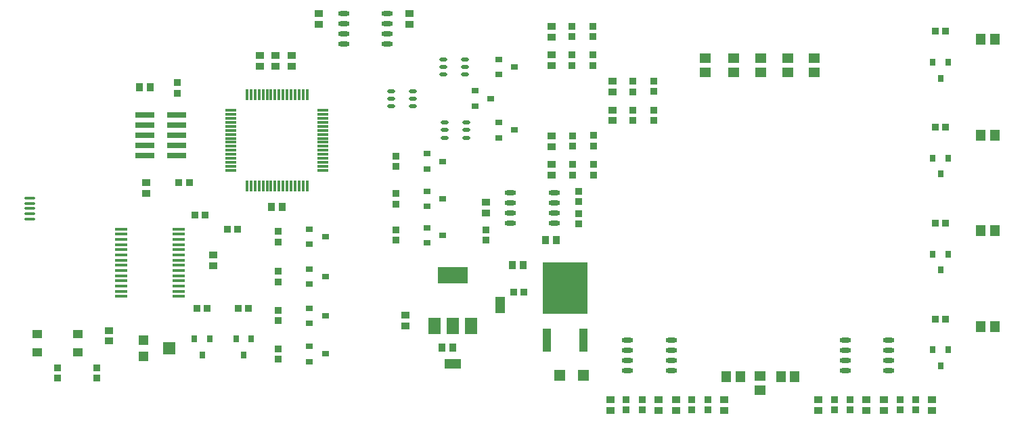
<source format=gbr>
%TF.GenerationSoftware,Altium Limited,Altium Designer,19.1.8 (144)*%
G04 Layer_Color=128*
%FSLAX26Y26*%
%MOIN*%
%TF.FileFunction,Paste,Bot*%
%TF.Part,Single*%
G01*
G75*
%TA.AperFunction,SMDPad,CuDef*%
%ADD20O,0.057087X0.023622*%
%ADD21R,0.039370X0.035433*%
%ADD22R,0.037402X0.033465*%
%ADD23R,0.149606X0.078740*%
%ADD24R,0.059055X0.078740*%
%ADD25R,0.035433X0.039370*%
%ADD26O,0.039370X0.019685*%
%ADD27R,0.035433X0.031496*%
%ADD28R,0.064961X0.015748*%
G04:AMPARAMS|DCode=29|XSize=15.748mil|YSize=51.181mil|CornerRadius=3.937mil|HoleSize=0mil|Usage=FLASHONLY|Rotation=90.000|XOffset=0mil|YOffset=0mil|HoleType=Round|Shape=RoundedRectangle|*
%AMROUNDEDRECTD29*
21,1,0.015748,0.043307,0,0,90.0*
21,1,0.007874,0.051181,0,0,90.0*
1,1,0.007874,0.021654,0.003937*
1,1,0.007874,0.021654,-0.003937*
1,1,0.007874,-0.021654,-0.003937*
1,1,0.007874,-0.021654,0.003937*
%
%ADD29ROUNDEDRECTD29*%
%ADD30R,0.031496X0.035433*%
%ADD31R,0.033465X0.037402*%
%ADD32R,0.045276X0.053150*%
%ADD33R,0.094488X0.029921*%
%ADD34R,0.011811X0.053150*%
%ADD35R,0.053150X0.011811*%
%ADD36R,0.080709X0.045276*%
%ADD37R,0.045276X0.080709*%
%ADD38R,0.059055X0.062992*%
%ADD39R,0.047244X0.047244*%
%ADD40R,0.053150X0.045276*%
%ADD41R,0.039370X0.118110*%
%ADD42R,0.218504X0.251969*%
%ADD43R,0.051181X0.043307*%
%ADD44R,0.053150X0.057087*%
D20*
X4372047Y397823D02*
D03*
Y347823D02*
D03*
Y297823D02*
D03*
Y247823D02*
D03*
X4157480Y397823D02*
D03*
Y347823D02*
D03*
Y297823D02*
D03*
Y247823D02*
D03*
X3299213Y397823D02*
D03*
Y347823D02*
D03*
Y297823D02*
D03*
Y247823D02*
D03*
X3084646Y397823D02*
D03*
Y347823D02*
D03*
Y297823D02*
D03*
Y247823D02*
D03*
X1686024Y1857087D02*
D03*
Y1907087D02*
D03*
Y1957087D02*
D03*
Y2007087D02*
D03*
X1900591Y1857087D02*
D03*
Y1907087D02*
D03*
Y1957087D02*
D03*
Y2007087D02*
D03*
X2722441Y1126181D02*
D03*
Y1076181D02*
D03*
Y1026181D02*
D03*
Y976181D02*
D03*
X2507874Y1126181D02*
D03*
Y1076181D02*
D03*
Y1026181D02*
D03*
Y976181D02*
D03*
D21*
X4583662Y52165D02*
D03*
Y105315D02*
D03*
X4347441D02*
D03*
Y52165D02*
D03*
X4260827D02*
D03*
Y105315D02*
D03*
X4024607D02*
D03*
Y52165D02*
D03*
X3000000Y105315D02*
D03*
Y52165D02*
D03*
X3236220D02*
D03*
Y105315D02*
D03*
X3322835D02*
D03*
Y52165D02*
D03*
X3559055D02*
D03*
Y105315D02*
D03*
X3008858Y1532992D02*
D03*
Y1479843D02*
D03*
Y1620591D02*
D03*
Y1673740D02*
D03*
X2709646Y1892244D02*
D03*
Y1945394D02*
D03*
Y1751496D02*
D03*
Y1804646D02*
D03*
X2711614Y1265276D02*
D03*
Y1212126D02*
D03*
Y1352874D02*
D03*
Y1406024D02*
D03*
X2010827Y1953740D02*
D03*
Y2006890D02*
D03*
X1562992D02*
D03*
Y1953740D02*
D03*
X1991142Y519764D02*
D03*
Y466614D02*
D03*
X529528Y393150D02*
D03*
Y446299D02*
D03*
X713583Y1120079D02*
D03*
Y1173228D02*
D03*
X1043307Y765748D02*
D03*
Y818898D02*
D03*
X1273622Y1800197D02*
D03*
Y1747047D02*
D03*
X1348918Y1800197D02*
D03*
Y1747047D02*
D03*
X1429134Y1800197D02*
D03*
Y1747047D02*
D03*
X2387795Y1024606D02*
D03*
Y1077756D02*
D03*
D22*
X4504922Y53150D02*
D03*
Y104331D02*
D03*
X4426181D02*
D03*
Y53150D02*
D03*
X4103347Y104331D02*
D03*
Y53150D02*
D03*
X4182087D02*
D03*
Y104331D02*
D03*
X3078740D02*
D03*
Y53150D02*
D03*
X3157480D02*
D03*
Y104331D02*
D03*
X3401575D02*
D03*
Y53150D02*
D03*
X3480315Y53150D02*
D03*
Y104331D02*
D03*
X3111221Y1531496D02*
D03*
Y1480315D02*
D03*
X3213583Y1531496D02*
D03*
Y1480315D02*
D03*
X3214567Y1623032D02*
D03*
Y1674213D02*
D03*
X3111221Y1622047D02*
D03*
Y1673228D02*
D03*
X2914370Y1945866D02*
D03*
Y1894685D02*
D03*
X2812008Y1893701D02*
D03*
Y1944882D02*
D03*
Y1751969D02*
D03*
Y1803150D02*
D03*
X2914370Y1751969D02*
D03*
Y1803150D02*
D03*
X2916339Y1212599D02*
D03*
Y1263780D02*
D03*
X2813977Y1263780D02*
D03*
Y1212598D02*
D03*
Y1354331D02*
D03*
Y1405512D02*
D03*
X2916339Y1406496D02*
D03*
Y1355315D02*
D03*
X277559Y262795D02*
D03*
Y211614D02*
D03*
X471457Y262795D02*
D03*
Y211614D02*
D03*
X868110Y1615157D02*
D03*
Y1666339D02*
D03*
X1364173Y737205D02*
D03*
Y686024D02*
D03*
Y544370D02*
D03*
Y493189D02*
D03*
X1364225Y355303D02*
D03*
Y304122D02*
D03*
X1364461Y933182D02*
D03*
Y882001D02*
D03*
X1943898Y1305040D02*
D03*
Y1253859D02*
D03*
X1943898Y1120000D02*
D03*
Y1068819D02*
D03*
Y942835D02*
D03*
Y891654D02*
D03*
X2386811Y941929D02*
D03*
Y890748D02*
D03*
X2844488Y1132874D02*
D03*
Y1081693D02*
D03*
Y1022638D02*
D03*
Y971457D02*
D03*
D23*
X2222835Y716535D02*
D03*
D24*
X2132283Y468504D02*
D03*
X2222835D02*
D03*
X2313386D02*
D03*
D25*
X2222441Y360236D02*
D03*
X2169291D02*
D03*
X735236Y1644685D02*
D03*
X682087D02*
D03*
X1384843Y1054134D02*
D03*
X1331693D02*
D03*
X2518701Y768701D02*
D03*
X2571850D02*
D03*
X2733268Y889764D02*
D03*
X2680118D02*
D03*
D26*
X2177953Y1706693D02*
D03*
Y1744094D02*
D03*
Y1781496D02*
D03*
X2284252Y1706693D02*
D03*
Y1744094D02*
D03*
Y1781496D02*
D03*
X1919291Y1551181D02*
D03*
Y1588583D02*
D03*
Y1625984D02*
D03*
X2025591Y1551181D02*
D03*
Y1588583D02*
D03*
Y1625984D02*
D03*
X2183071Y1395669D02*
D03*
Y1433071D02*
D03*
Y1470472D02*
D03*
X2289370Y1395669D02*
D03*
Y1433071D02*
D03*
Y1470472D02*
D03*
D27*
X2448819Y1395669D02*
D03*
Y1470472D02*
D03*
X2527559Y1433071D02*
D03*
X2448819Y1706693D02*
D03*
Y1781496D02*
D03*
X2527559Y1744094D02*
D03*
X2332677Y1552166D02*
D03*
Y1626969D02*
D03*
X2411417Y1589567D02*
D03*
X1595472Y711614D02*
D03*
X1516732Y749016D02*
D03*
Y674213D02*
D03*
X1595472Y518779D02*
D03*
X1516732Y556181D02*
D03*
Y481378D02*
D03*
X1595524Y329712D02*
D03*
X1516784Y367114D02*
D03*
Y292311D02*
D03*
X1595760Y907591D02*
D03*
X1517020Y944993D02*
D03*
Y870190D02*
D03*
X2175197Y1279449D02*
D03*
X2096457Y1316851D02*
D03*
Y1242047D02*
D03*
X2175197Y1094410D02*
D03*
X2096457Y1131811D02*
D03*
Y1057008D02*
D03*
X2175197Y915276D02*
D03*
X2096457Y952677D02*
D03*
Y877874D02*
D03*
D28*
X875000Y945866D02*
D03*
Y920276D02*
D03*
Y894685D02*
D03*
Y869095D02*
D03*
Y843504D02*
D03*
Y817913D02*
D03*
Y792323D02*
D03*
Y766732D02*
D03*
Y741142D02*
D03*
Y715551D02*
D03*
Y689961D02*
D03*
Y664370D02*
D03*
Y638780D02*
D03*
Y613189D02*
D03*
X589567Y945866D02*
D03*
Y920276D02*
D03*
Y894685D02*
D03*
Y869095D02*
D03*
Y843504D02*
D03*
Y817913D02*
D03*
Y792323D02*
D03*
Y766732D02*
D03*
Y741142D02*
D03*
Y715551D02*
D03*
Y689961D02*
D03*
Y664370D02*
D03*
Y638780D02*
D03*
Y613189D02*
D03*
D29*
X139764Y996063D02*
D03*
Y1021653D02*
D03*
Y1047244D02*
D03*
Y1072834D02*
D03*
Y1098425D02*
D03*
D30*
X4625984Y744055D02*
D03*
X4663386Y822795D02*
D03*
X4588583D02*
D03*
X4625984Y1688937D02*
D03*
X4663386Y1767677D02*
D03*
X4588583D02*
D03*
X4625984Y1216496D02*
D03*
X4663386Y1295236D02*
D03*
X4588583D02*
D03*
X4625984Y271614D02*
D03*
X4663386Y350354D02*
D03*
X4588583D02*
D03*
X989409Y324882D02*
D03*
X1026811Y403622D02*
D03*
X952008D02*
D03*
X1192913Y324882D02*
D03*
X1230315Y403622D02*
D03*
X1155512D02*
D03*
D31*
X4651575Y1920236D02*
D03*
X4600394D02*
D03*
X4651575Y1447795D02*
D03*
X4600394D02*
D03*
X4651575Y975354D02*
D03*
X4600394D02*
D03*
X4651575Y502913D02*
D03*
X4600394D02*
D03*
X926181Y1173228D02*
D03*
X875000D02*
D03*
X953740Y1013779D02*
D03*
X1004921D02*
D03*
X963819Y556181D02*
D03*
X1015000D02*
D03*
X1113189Y945866D02*
D03*
X1164370D02*
D03*
X1167323Y555118D02*
D03*
X1218504D02*
D03*
X2523622Y635827D02*
D03*
X2574803D02*
D03*
D32*
X4824803Y937008D02*
D03*
X4893701D02*
D03*
X4824803Y1880637D02*
D03*
X4893701D02*
D03*
X4824803Y1409449D02*
D03*
X4893701D02*
D03*
X4824803Y463583D02*
D03*
X4893701D02*
D03*
X3640748Y219488D02*
D03*
X3571850D02*
D03*
X3839567Y218504D02*
D03*
X3908464D02*
D03*
D33*
X862205Y1509449D02*
D03*
X708662D02*
D03*
X862205Y1459449D02*
D03*
X708662D02*
D03*
X862205Y1409449D02*
D03*
X708662D02*
D03*
X862205Y1359449D02*
D03*
X708662D02*
D03*
X862205Y1309449D02*
D03*
X708662D02*
D03*
D34*
X1210630Y1609252D02*
D03*
X1230315D02*
D03*
X1250000D02*
D03*
X1269685D02*
D03*
X1289370D02*
D03*
X1309055D02*
D03*
X1328740D02*
D03*
X1348425D02*
D03*
X1368110D02*
D03*
X1387795D02*
D03*
X1407480D02*
D03*
X1427165D02*
D03*
X1446850D02*
D03*
X1466535D02*
D03*
X1486220D02*
D03*
X1505906D02*
D03*
Y1156496D02*
D03*
X1486220D02*
D03*
X1466535D02*
D03*
X1446850D02*
D03*
X1427165D02*
D03*
X1407480D02*
D03*
X1387795D02*
D03*
X1368110D02*
D03*
X1348425D02*
D03*
X1328740D02*
D03*
X1309055D02*
D03*
X1289370D02*
D03*
X1269685D02*
D03*
X1250000D02*
D03*
X1230315D02*
D03*
X1210630D02*
D03*
D35*
X1584646Y1530512D02*
D03*
Y1510827D02*
D03*
Y1491142D02*
D03*
Y1471457D02*
D03*
Y1451772D02*
D03*
Y1432087D02*
D03*
Y1412402D02*
D03*
Y1392717D02*
D03*
Y1373032D02*
D03*
Y1353347D02*
D03*
Y1333661D02*
D03*
Y1313976D02*
D03*
Y1294291D02*
D03*
Y1274606D02*
D03*
Y1254921D02*
D03*
Y1235236D02*
D03*
X1131890D02*
D03*
Y1254921D02*
D03*
Y1274606D02*
D03*
Y1294291D02*
D03*
Y1313976D02*
D03*
Y1333661D02*
D03*
Y1353347D02*
D03*
Y1373032D02*
D03*
Y1392717D02*
D03*
Y1412402D02*
D03*
Y1432087D02*
D03*
Y1451772D02*
D03*
Y1471457D02*
D03*
Y1491142D02*
D03*
Y1510827D02*
D03*
Y1530512D02*
D03*
D36*
X2224409Y282480D02*
D03*
D37*
X2457740Y570339D02*
D03*
D38*
X826772Y358268D02*
D03*
D39*
X698819Y397638D02*
D03*
Y318898D02*
D03*
D40*
X3467520Y1718504D02*
D03*
Y1787402D02*
D03*
X3606299Y1718504D02*
D03*
Y1787402D02*
D03*
X3737010Y221457D02*
D03*
Y152559D02*
D03*
X3740157Y1718504D02*
D03*
Y1787402D02*
D03*
X3873032Y1718504D02*
D03*
Y1787402D02*
D03*
X4004921Y1718504D02*
D03*
Y1787402D02*
D03*
D41*
X2868701Y399606D02*
D03*
X2688386D02*
D03*
D42*
X2778543Y653543D02*
D03*
D43*
X177165Y337598D02*
D03*
Y428150D02*
D03*
X377953Y337598D02*
D03*
Y428150D02*
D03*
D44*
X2751969Y223425D02*
D03*
X2868110D02*
D03*
%TF.MD5,edafda6139889af5128f938c51f79871*%
M02*

</source>
